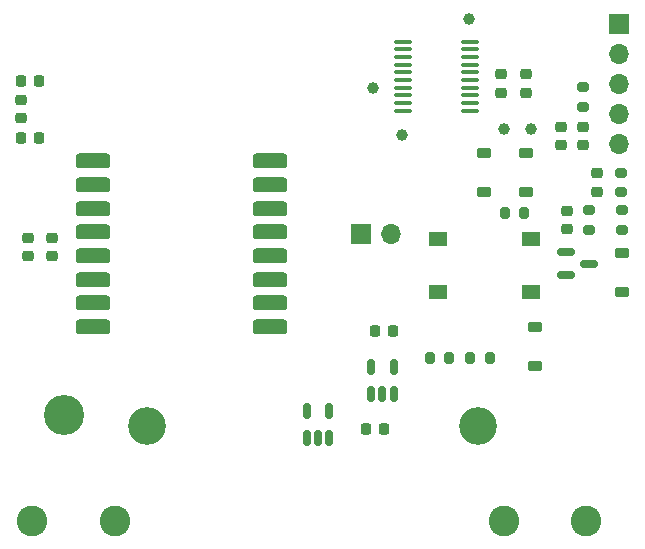
<source format=gbr>
%TF.GenerationSoftware,KiCad,Pcbnew,7.0.10*%
%TF.CreationDate,2025-01-21T12:55:57-05:00*%
%TF.ProjectId,PostAlertMailBoxV6,506f7374-416c-4657-9274-4d61696c426f,V4.0*%
%TF.SameCoordinates,Original*%
%TF.FileFunction,Soldermask,Top*%
%TF.FilePolarity,Negative*%
%FSLAX46Y46*%
G04 Gerber Fmt 4.6, Leading zero omitted, Abs format (unit mm)*
G04 Created by KiCad (PCBNEW 7.0.10) date 2025-01-21 12:55:57*
%MOMM*%
%LPD*%
G01*
G04 APERTURE LIST*
G04 Aperture macros list*
%AMRoundRect*
0 Rectangle with rounded corners*
0 $1 Rounding radius*
0 $2 $3 $4 $5 $6 $7 $8 $9 X,Y pos of 4 corners*
0 Add a 4 corners polygon primitive as box body*
4,1,4,$2,$3,$4,$5,$6,$7,$8,$9,$2,$3,0*
0 Add four circle primitives for the rounded corners*
1,1,$1+$1,$2,$3*
1,1,$1+$1,$4,$5*
1,1,$1+$1,$6,$7*
1,1,$1+$1,$8,$9*
0 Add four rect primitives between the rounded corners*
20,1,$1+$1,$2,$3,$4,$5,0*
20,1,$1+$1,$4,$5,$6,$7,0*
20,1,$1+$1,$6,$7,$8,$9,0*
20,1,$1+$1,$8,$9,$2,$3,0*%
G04 Aperture macros list end*
%ADD10C,1.000000*%
%ADD11RoundRect,0.225000X-0.225000X-0.250000X0.225000X-0.250000X0.225000X0.250000X-0.225000X0.250000X0*%
%ADD12R,1.550000X1.300000*%
%ADD13RoundRect,0.150000X0.150000X-0.512500X0.150000X0.512500X-0.150000X0.512500X-0.150000X-0.512500X0*%
%ADD14RoundRect,0.200000X-0.275000X0.200000X-0.275000X-0.200000X0.275000X-0.200000X0.275000X0.200000X0*%
%ADD15C,3.200000*%
%ADD16RoundRect,0.225000X0.250000X-0.225000X0.250000X0.225000X-0.250000X0.225000X-0.250000X-0.225000X0*%
%ADD17RoundRect,0.317500X1.157500X0.317500X-1.157500X0.317500X-1.157500X-0.317500X1.157500X-0.317500X0*%
%ADD18RoundRect,0.150000X-0.587500X-0.150000X0.587500X-0.150000X0.587500X0.150000X-0.587500X0.150000X0*%
%ADD19RoundRect,0.225000X-0.250000X0.225000X-0.250000X-0.225000X0.250000X-0.225000X0.250000X0.225000X0*%
%ADD20RoundRect,0.200000X-0.200000X-0.275000X0.200000X-0.275000X0.200000X0.275000X-0.200000X0.275000X0*%
%ADD21R,1.700000X1.700000*%
%ADD22O,1.700000X1.700000*%
%ADD23RoundRect,0.225000X-0.375000X0.225000X-0.375000X-0.225000X0.375000X-0.225000X0.375000X0.225000X0*%
%ADD24C,2.600000*%
%ADD25RoundRect,0.100000X0.637500X0.100000X-0.637500X0.100000X-0.637500X-0.100000X0.637500X-0.100000X0*%
%ADD26RoundRect,0.225000X0.375000X-0.225000X0.375000X0.225000X-0.375000X0.225000X-0.375000X-0.225000X0*%
%ADD27RoundRect,0.218750X0.256250X-0.218750X0.256250X0.218750X-0.256250X0.218750X-0.256250X-0.218750X0*%
%ADD28RoundRect,0.200000X0.275000X-0.200000X0.275000X0.200000X-0.275000X0.200000X-0.275000X-0.200000X0*%
%ADD29C,3.400000*%
G04 APERTURE END LIST*
D10*
%TO.C,TP4*%
X165735000Y-83312000D03*
%TD*%
D11*
%TO.C,C3*%
X154800000Y-100457000D03*
X156350000Y-100457000D03*
%TD*%
D12*
%TO.C,SW2*%
X160109000Y-92619000D03*
X168059000Y-92619000D03*
X160109000Y-97119000D03*
X168059000Y-97119000D03*
%TD*%
D13*
%TO.C,U1*%
X149037000Y-109468500D03*
X149987000Y-109468500D03*
X150937000Y-109468500D03*
X150937000Y-107193500D03*
X149037000Y-107193500D03*
%TD*%
D14*
%TO.C,R7*%
X172974000Y-90234000D03*
X172974000Y-91884000D03*
%TD*%
D10*
%TO.C,TP3*%
X154686000Y-79883000D03*
%TD*%
D15*
%TO.C,REF\u002A\u002A*%
X163540000Y-108530000D03*
%TD*%
D16*
%TO.C,C7*%
X127508000Y-94120000D03*
X127508000Y-92570000D03*
%TD*%
D17*
%TO.C,U2*%
X145955000Y-100091000D03*
X145955000Y-98091000D03*
X145955000Y-96091000D03*
X145955000Y-94091000D03*
X145955000Y-92091000D03*
X145955000Y-90091000D03*
X145955000Y-88091000D03*
X145955000Y-86091000D03*
X130905000Y-86091000D03*
X130905000Y-88091000D03*
X130905000Y-90091000D03*
X130905000Y-92091000D03*
X130905000Y-94091000D03*
X130905000Y-96091000D03*
X130905000Y-98091000D03*
X130905000Y-100091000D03*
%TD*%
D16*
%TO.C,C6*%
X125476000Y-94120000D03*
X125476000Y-92570000D03*
%TD*%
D18*
%TO.C,Q1*%
X171020500Y-93792000D03*
X171020500Y-95692000D03*
X172895500Y-94742000D03*
%TD*%
D19*
%TO.C,C8*%
X170561000Y-83172000D03*
X170561000Y-84722000D03*
%TD*%
D20*
%TO.C,R4*%
X165799000Y-90424000D03*
X167449000Y-90424000D03*
%TD*%
D14*
%TO.C,R8*%
X175768000Y-90234000D03*
X175768000Y-91884000D03*
%TD*%
D21*
%TO.C,J1*%
X175514000Y-74422000D03*
D22*
X175514000Y-76962000D03*
X175514000Y-79502000D03*
X175514000Y-82042000D03*
X175514000Y-84582000D03*
%TD*%
D23*
%TO.C,D3*%
X167640000Y-85345000D03*
X167640000Y-88645000D03*
%TD*%
D24*
%TO.C,J2*%
X172700000Y-116500000D03*
X165700000Y-116500000D03*
%TD*%
D21*
%TO.C,SW1*%
X153665000Y-92202000D03*
D22*
X156205000Y-92202000D03*
%TD*%
D10*
%TO.C,TP2*%
X162814000Y-74041000D03*
%TD*%
D11*
%TO.C,C2*%
X124828000Y-79248000D03*
X126378000Y-79248000D03*
%TD*%
D25*
%TO.C,U3*%
X162882500Y-81792000D03*
X162882500Y-81142000D03*
X162882500Y-80492000D03*
X162882500Y-79842000D03*
X162882500Y-79192000D03*
X162882500Y-78542000D03*
X162882500Y-77892000D03*
X162882500Y-77242000D03*
X162882500Y-76592000D03*
X162882500Y-75942000D03*
X157157500Y-75942000D03*
X157157500Y-76592000D03*
X157157500Y-77242000D03*
X157157500Y-77892000D03*
X157157500Y-78542000D03*
X157157500Y-79192000D03*
X157157500Y-79842000D03*
X157157500Y-80492000D03*
X157157500Y-81142000D03*
X157157500Y-81792000D03*
%TD*%
D15*
%TO.C,REF\u002A\u002A*%
X135540000Y-108530000D03*
%TD*%
D26*
%TO.C,D2*%
X175768000Y-97154000D03*
X175768000Y-93854000D03*
%TD*%
D20*
%TO.C,R3*%
X162878000Y-102743000D03*
X164528000Y-102743000D03*
%TD*%
D16*
%TO.C,C9*%
X173609000Y-88659000D03*
X173609000Y-87109000D03*
%TD*%
%TO.C,C5*%
X165481000Y-80277000D03*
X165481000Y-78727000D03*
%TD*%
D27*
%TO.C,L1*%
X124841000Y-82448500D03*
X124841000Y-80873500D03*
%TD*%
D11*
%TO.C,C13*%
X154038000Y-108712000D03*
X155588000Y-108712000D03*
%TD*%
D23*
%TO.C,D1*%
X168402000Y-100077000D03*
X168402000Y-103377000D03*
%TD*%
D20*
%TO.C,R1*%
X159449000Y-102743000D03*
X161099000Y-102743000D03*
%TD*%
D23*
%TO.C,D4*%
X164084000Y-85345000D03*
X164084000Y-88645000D03*
%TD*%
D10*
%TO.C,TP6*%
X157099000Y-83820000D03*
%TD*%
D24*
%TO.C,J3*%
X125800000Y-116500000D03*
X132800000Y-116500000D03*
%TD*%
D28*
%TO.C,R6*%
X175641000Y-88709000D03*
X175641000Y-87059000D03*
%TD*%
D19*
%TO.C,C10*%
X172466000Y-83172000D03*
X172466000Y-84722000D03*
%TD*%
D10*
%TO.C,TP5*%
X168021000Y-83312000D03*
%TD*%
D16*
%TO.C,C4*%
X167640000Y-80277000D03*
X167640000Y-78727000D03*
%TD*%
D28*
%TO.C,R2*%
X172466000Y-81470000D03*
X172466000Y-79820000D03*
%TD*%
D16*
%TO.C,C11*%
X171069000Y-91834000D03*
X171069000Y-90284000D03*
%TD*%
D11*
%TO.C,C1*%
X124828000Y-84074000D03*
X126378000Y-84074000D03*
%TD*%
D29*
%TO.C,TP1*%
X128524000Y-107569000D03*
%TD*%
D13*
%TO.C,U4*%
X154498000Y-105785500D03*
X155448000Y-105785500D03*
X156398000Y-105785500D03*
X156398000Y-103510500D03*
X154498000Y-103510500D03*
%TD*%
M02*

</source>
